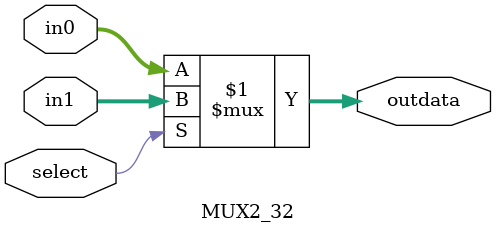
<source format=v>
`timescale 1ns / 1ps


module MUX2_32(
    input select,
    input[31:0] in0,
    input[31:0] in1,
    output[31:0] outdata
    );
    assign outdata = (select) ? in1 : in0;
endmodule

</source>
